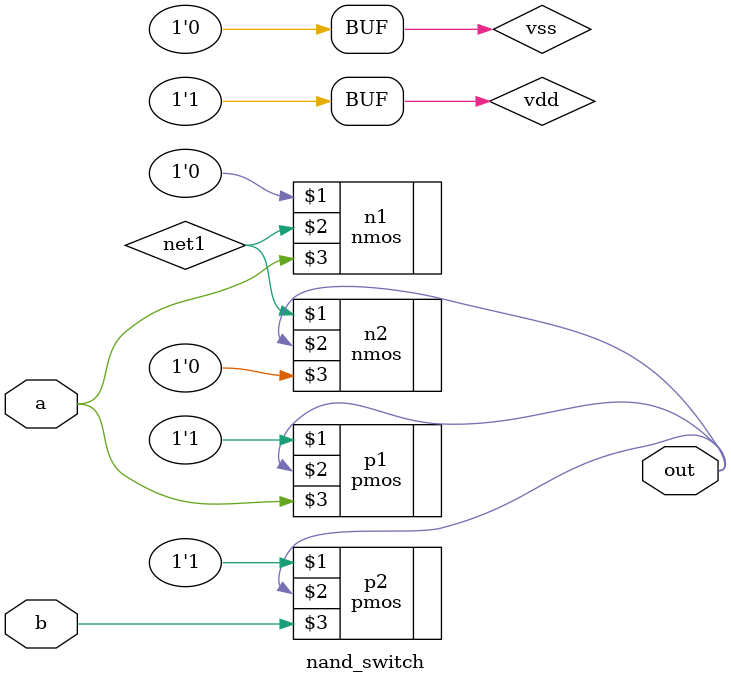
<source format=v>
module nand_switch(a,b,out);
    input a,b;
    output out;

    supply0 vss;
    supply1 vdd;
    wire net1;

    wire foo;

    pmos p1 (vdd,out,a);
    pmos p2 (vdd,out,b);
    nmos n1 (vss,net1,a);
    nmos n2 (net1,out,b==2);

endmodule

</source>
